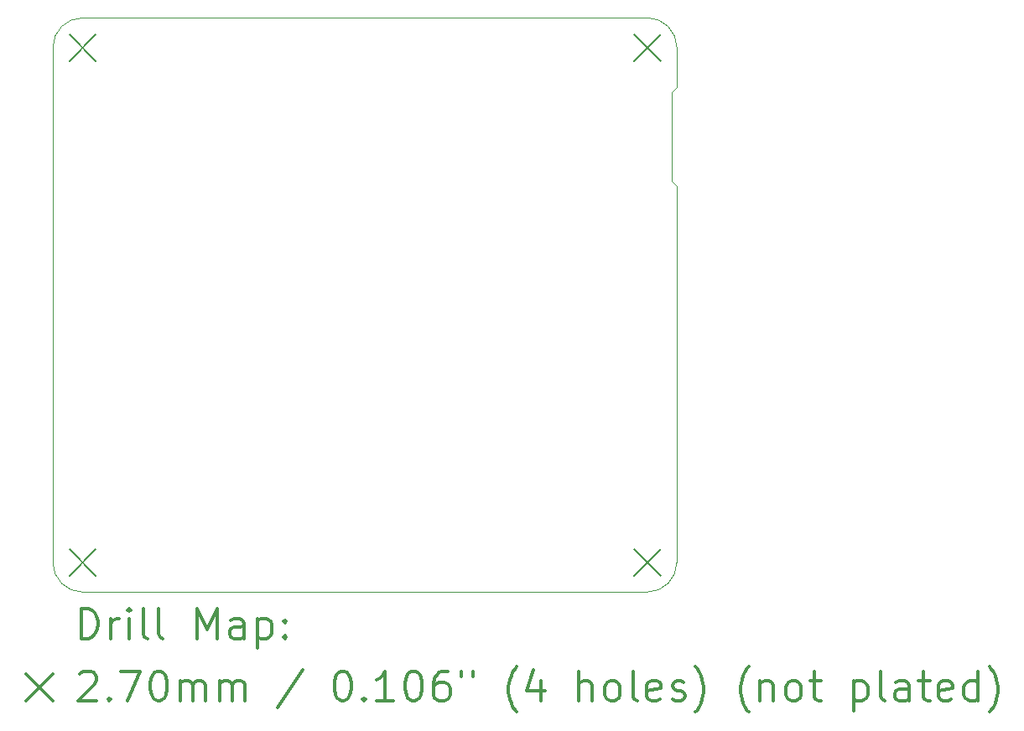
<source format=gbr>
%FSLAX45Y45*%
G04 Gerber Fmt 4.5, Leading zero omitted, Abs format (unit mm)*
G04 Created by KiCad (PCBNEW 5.1.2-f72e74a~84~ubuntu18.04.1) date 2019-07-03 17:08:01*
%MOMM*%
%LPD*%
G04 APERTURE LIST*
%ADD10C,0.050000*%
%ADD11C,0.200000*%
%ADD12C,0.300000*%
G04 APERTURE END LIST*
D10*
X11800000Y-7000000D02*
X11800000Y-10800000D01*
X11800000Y-6000000D02*
X11800000Y-5600000D01*
X11750000Y-6950000D02*
X11800000Y-7000000D01*
X11750000Y-6050000D02*
X11750000Y-6950000D01*
X11750000Y-6050000D02*
X11800000Y-6000000D01*
X11800000Y-10800000D02*
G75*
G02X11500000Y-11100000I-300000J0D01*
G01*
X5800000Y-11100000D02*
G75*
G02X5500000Y-10800000I0J300000D01*
G01*
X5500000Y-5600000D02*
G75*
G02X5800000Y-5300000I300000J0D01*
G01*
X11500000Y-5300000D02*
G75*
G02X11800000Y-5600000I0J-300000D01*
G01*
X11500000Y-5300000D02*
X5800000Y-5300000D01*
X5800000Y-11100000D02*
X11500000Y-11100000D01*
X5500000Y-5600000D02*
X5500000Y-10800000D01*
D11*
X5665000Y-10665000D02*
X5935000Y-10935000D01*
X5935000Y-10665000D02*
X5665000Y-10935000D01*
X11365000Y-5465000D02*
X11635000Y-5735000D01*
X11635000Y-5465000D02*
X11365000Y-5735000D01*
X11365000Y-10665000D02*
X11635000Y-10935000D01*
X11635000Y-10665000D02*
X11365000Y-10935000D01*
X5665000Y-5465000D02*
X5935000Y-5735000D01*
X5935000Y-5465000D02*
X5665000Y-5735000D01*
D12*
X5783928Y-11568214D02*
X5783928Y-11268214D01*
X5855357Y-11268214D01*
X5898214Y-11282500D01*
X5926786Y-11311071D01*
X5941071Y-11339643D01*
X5955357Y-11396786D01*
X5955357Y-11439643D01*
X5941071Y-11496786D01*
X5926786Y-11525357D01*
X5898214Y-11553929D01*
X5855357Y-11568214D01*
X5783928Y-11568214D01*
X6083928Y-11568214D02*
X6083928Y-11368214D01*
X6083928Y-11425357D02*
X6098214Y-11396786D01*
X6112500Y-11382500D01*
X6141071Y-11368214D01*
X6169643Y-11368214D01*
X6269643Y-11568214D02*
X6269643Y-11368214D01*
X6269643Y-11268214D02*
X6255357Y-11282500D01*
X6269643Y-11296786D01*
X6283928Y-11282500D01*
X6269643Y-11268214D01*
X6269643Y-11296786D01*
X6455357Y-11568214D02*
X6426786Y-11553929D01*
X6412500Y-11525357D01*
X6412500Y-11268214D01*
X6612500Y-11568214D02*
X6583928Y-11553929D01*
X6569643Y-11525357D01*
X6569643Y-11268214D01*
X6955357Y-11568214D02*
X6955357Y-11268214D01*
X7055357Y-11482500D01*
X7155357Y-11268214D01*
X7155357Y-11568214D01*
X7426786Y-11568214D02*
X7426786Y-11411071D01*
X7412500Y-11382500D01*
X7383928Y-11368214D01*
X7326786Y-11368214D01*
X7298214Y-11382500D01*
X7426786Y-11553929D02*
X7398214Y-11568214D01*
X7326786Y-11568214D01*
X7298214Y-11553929D01*
X7283928Y-11525357D01*
X7283928Y-11496786D01*
X7298214Y-11468214D01*
X7326786Y-11453929D01*
X7398214Y-11453929D01*
X7426786Y-11439643D01*
X7569643Y-11368214D02*
X7569643Y-11668214D01*
X7569643Y-11382500D02*
X7598214Y-11368214D01*
X7655357Y-11368214D01*
X7683928Y-11382500D01*
X7698214Y-11396786D01*
X7712500Y-11425357D01*
X7712500Y-11511071D01*
X7698214Y-11539643D01*
X7683928Y-11553929D01*
X7655357Y-11568214D01*
X7598214Y-11568214D01*
X7569643Y-11553929D01*
X7841071Y-11539643D02*
X7855357Y-11553929D01*
X7841071Y-11568214D01*
X7826786Y-11553929D01*
X7841071Y-11539643D01*
X7841071Y-11568214D01*
X7841071Y-11382500D02*
X7855357Y-11396786D01*
X7841071Y-11411071D01*
X7826786Y-11396786D01*
X7841071Y-11382500D01*
X7841071Y-11411071D01*
X5227500Y-11927500D02*
X5497500Y-12197500D01*
X5497500Y-11927500D02*
X5227500Y-12197500D01*
X5769643Y-11926786D02*
X5783928Y-11912500D01*
X5812500Y-11898214D01*
X5883928Y-11898214D01*
X5912500Y-11912500D01*
X5926786Y-11926786D01*
X5941071Y-11955357D01*
X5941071Y-11983929D01*
X5926786Y-12026786D01*
X5755357Y-12198214D01*
X5941071Y-12198214D01*
X6069643Y-12169643D02*
X6083928Y-12183929D01*
X6069643Y-12198214D01*
X6055357Y-12183929D01*
X6069643Y-12169643D01*
X6069643Y-12198214D01*
X6183928Y-11898214D02*
X6383928Y-11898214D01*
X6255357Y-12198214D01*
X6555357Y-11898214D02*
X6583928Y-11898214D01*
X6612500Y-11912500D01*
X6626786Y-11926786D01*
X6641071Y-11955357D01*
X6655357Y-12012500D01*
X6655357Y-12083929D01*
X6641071Y-12141071D01*
X6626786Y-12169643D01*
X6612500Y-12183929D01*
X6583928Y-12198214D01*
X6555357Y-12198214D01*
X6526786Y-12183929D01*
X6512500Y-12169643D01*
X6498214Y-12141071D01*
X6483928Y-12083929D01*
X6483928Y-12012500D01*
X6498214Y-11955357D01*
X6512500Y-11926786D01*
X6526786Y-11912500D01*
X6555357Y-11898214D01*
X6783928Y-12198214D02*
X6783928Y-11998214D01*
X6783928Y-12026786D02*
X6798214Y-12012500D01*
X6826786Y-11998214D01*
X6869643Y-11998214D01*
X6898214Y-12012500D01*
X6912500Y-12041071D01*
X6912500Y-12198214D01*
X6912500Y-12041071D02*
X6926786Y-12012500D01*
X6955357Y-11998214D01*
X6998214Y-11998214D01*
X7026786Y-12012500D01*
X7041071Y-12041071D01*
X7041071Y-12198214D01*
X7183928Y-12198214D02*
X7183928Y-11998214D01*
X7183928Y-12026786D02*
X7198214Y-12012500D01*
X7226786Y-11998214D01*
X7269643Y-11998214D01*
X7298214Y-12012500D01*
X7312500Y-12041071D01*
X7312500Y-12198214D01*
X7312500Y-12041071D02*
X7326786Y-12012500D01*
X7355357Y-11998214D01*
X7398214Y-11998214D01*
X7426786Y-12012500D01*
X7441071Y-12041071D01*
X7441071Y-12198214D01*
X8026786Y-11883929D02*
X7769643Y-12269643D01*
X8412500Y-11898214D02*
X8441071Y-11898214D01*
X8469643Y-11912500D01*
X8483928Y-11926786D01*
X8498214Y-11955357D01*
X8512500Y-12012500D01*
X8512500Y-12083929D01*
X8498214Y-12141071D01*
X8483928Y-12169643D01*
X8469643Y-12183929D01*
X8441071Y-12198214D01*
X8412500Y-12198214D01*
X8383928Y-12183929D01*
X8369643Y-12169643D01*
X8355357Y-12141071D01*
X8341071Y-12083929D01*
X8341071Y-12012500D01*
X8355357Y-11955357D01*
X8369643Y-11926786D01*
X8383928Y-11912500D01*
X8412500Y-11898214D01*
X8641071Y-12169643D02*
X8655357Y-12183929D01*
X8641071Y-12198214D01*
X8626786Y-12183929D01*
X8641071Y-12169643D01*
X8641071Y-12198214D01*
X8941071Y-12198214D02*
X8769643Y-12198214D01*
X8855357Y-12198214D02*
X8855357Y-11898214D01*
X8826786Y-11941071D01*
X8798214Y-11969643D01*
X8769643Y-11983929D01*
X9126786Y-11898214D02*
X9155357Y-11898214D01*
X9183928Y-11912500D01*
X9198214Y-11926786D01*
X9212500Y-11955357D01*
X9226786Y-12012500D01*
X9226786Y-12083929D01*
X9212500Y-12141071D01*
X9198214Y-12169643D01*
X9183928Y-12183929D01*
X9155357Y-12198214D01*
X9126786Y-12198214D01*
X9098214Y-12183929D01*
X9083928Y-12169643D01*
X9069643Y-12141071D01*
X9055357Y-12083929D01*
X9055357Y-12012500D01*
X9069643Y-11955357D01*
X9083928Y-11926786D01*
X9098214Y-11912500D01*
X9126786Y-11898214D01*
X9483928Y-11898214D02*
X9426786Y-11898214D01*
X9398214Y-11912500D01*
X9383928Y-11926786D01*
X9355357Y-11969643D01*
X9341071Y-12026786D01*
X9341071Y-12141071D01*
X9355357Y-12169643D01*
X9369643Y-12183929D01*
X9398214Y-12198214D01*
X9455357Y-12198214D01*
X9483928Y-12183929D01*
X9498214Y-12169643D01*
X9512500Y-12141071D01*
X9512500Y-12069643D01*
X9498214Y-12041071D01*
X9483928Y-12026786D01*
X9455357Y-12012500D01*
X9398214Y-12012500D01*
X9369643Y-12026786D01*
X9355357Y-12041071D01*
X9341071Y-12069643D01*
X9626786Y-11898214D02*
X9626786Y-11955357D01*
X9741071Y-11898214D02*
X9741071Y-11955357D01*
X10183928Y-12312500D02*
X10169643Y-12298214D01*
X10141071Y-12255357D01*
X10126786Y-12226786D01*
X10112500Y-12183929D01*
X10098214Y-12112500D01*
X10098214Y-12055357D01*
X10112500Y-11983929D01*
X10126786Y-11941071D01*
X10141071Y-11912500D01*
X10169643Y-11869643D01*
X10183928Y-11855357D01*
X10426786Y-11998214D02*
X10426786Y-12198214D01*
X10355357Y-11883929D02*
X10283928Y-12098214D01*
X10469643Y-12098214D01*
X10812500Y-12198214D02*
X10812500Y-11898214D01*
X10941071Y-12198214D02*
X10941071Y-12041071D01*
X10926786Y-12012500D01*
X10898214Y-11998214D01*
X10855357Y-11998214D01*
X10826786Y-12012500D01*
X10812500Y-12026786D01*
X11126786Y-12198214D02*
X11098214Y-12183929D01*
X11083928Y-12169643D01*
X11069643Y-12141071D01*
X11069643Y-12055357D01*
X11083928Y-12026786D01*
X11098214Y-12012500D01*
X11126786Y-11998214D01*
X11169643Y-11998214D01*
X11198214Y-12012500D01*
X11212500Y-12026786D01*
X11226786Y-12055357D01*
X11226786Y-12141071D01*
X11212500Y-12169643D01*
X11198214Y-12183929D01*
X11169643Y-12198214D01*
X11126786Y-12198214D01*
X11398214Y-12198214D02*
X11369643Y-12183929D01*
X11355357Y-12155357D01*
X11355357Y-11898214D01*
X11626786Y-12183929D02*
X11598214Y-12198214D01*
X11541071Y-12198214D01*
X11512500Y-12183929D01*
X11498214Y-12155357D01*
X11498214Y-12041071D01*
X11512500Y-12012500D01*
X11541071Y-11998214D01*
X11598214Y-11998214D01*
X11626786Y-12012500D01*
X11641071Y-12041071D01*
X11641071Y-12069643D01*
X11498214Y-12098214D01*
X11755357Y-12183929D02*
X11783928Y-12198214D01*
X11841071Y-12198214D01*
X11869643Y-12183929D01*
X11883928Y-12155357D01*
X11883928Y-12141071D01*
X11869643Y-12112500D01*
X11841071Y-12098214D01*
X11798214Y-12098214D01*
X11769643Y-12083929D01*
X11755357Y-12055357D01*
X11755357Y-12041071D01*
X11769643Y-12012500D01*
X11798214Y-11998214D01*
X11841071Y-11998214D01*
X11869643Y-12012500D01*
X11983928Y-12312500D02*
X11998214Y-12298214D01*
X12026786Y-12255357D01*
X12041071Y-12226786D01*
X12055357Y-12183929D01*
X12069643Y-12112500D01*
X12069643Y-12055357D01*
X12055357Y-11983929D01*
X12041071Y-11941071D01*
X12026786Y-11912500D01*
X11998214Y-11869643D01*
X11983928Y-11855357D01*
X12526786Y-12312500D02*
X12512500Y-12298214D01*
X12483928Y-12255357D01*
X12469643Y-12226786D01*
X12455357Y-12183929D01*
X12441071Y-12112500D01*
X12441071Y-12055357D01*
X12455357Y-11983929D01*
X12469643Y-11941071D01*
X12483928Y-11912500D01*
X12512500Y-11869643D01*
X12526786Y-11855357D01*
X12641071Y-11998214D02*
X12641071Y-12198214D01*
X12641071Y-12026786D02*
X12655357Y-12012500D01*
X12683928Y-11998214D01*
X12726786Y-11998214D01*
X12755357Y-12012500D01*
X12769643Y-12041071D01*
X12769643Y-12198214D01*
X12955357Y-12198214D02*
X12926786Y-12183929D01*
X12912500Y-12169643D01*
X12898214Y-12141071D01*
X12898214Y-12055357D01*
X12912500Y-12026786D01*
X12926786Y-12012500D01*
X12955357Y-11998214D01*
X12998214Y-11998214D01*
X13026786Y-12012500D01*
X13041071Y-12026786D01*
X13055357Y-12055357D01*
X13055357Y-12141071D01*
X13041071Y-12169643D01*
X13026786Y-12183929D01*
X12998214Y-12198214D01*
X12955357Y-12198214D01*
X13141071Y-11998214D02*
X13255357Y-11998214D01*
X13183928Y-11898214D02*
X13183928Y-12155357D01*
X13198214Y-12183929D01*
X13226786Y-12198214D01*
X13255357Y-12198214D01*
X13583928Y-11998214D02*
X13583928Y-12298214D01*
X13583928Y-12012500D02*
X13612500Y-11998214D01*
X13669643Y-11998214D01*
X13698214Y-12012500D01*
X13712500Y-12026786D01*
X13726786Y-12055357D01*
X13726786Y-12141071D01*
X13712500Y-12169643D01*
X13698214Y-12183929D01*
X13669643Y-12198214D01*
X13612500Y-12198214D01*
X13583928Y-12183929D01*
X13898214Y-12198214D02*
X13869643Y-12183929D01*
X13855357Y-12155357D01*
X13855357Y-11898214D01*
X14141071Y-12198214D02*
X14141071Y-12041071D01*
X14126786Y-12012500D01*
X14098214Y-11998214D01*
X14041071Y-11998214D01*
X14012500Y-12012500D01*
X14141071Y-12183929D02*
X14112500Y-12198214D01*
X14041071Y-12198214D01*
X14012500Y-12183929D01*
X13998214Y-12155357D01*
X13998214Y-12126786D01*
X14012500Y-12098214D01*
X14041071Y-12083929D01*
X14112500Y-12083929D01*
X14141071Y-12069643D01*
X14241071Y-11998214D02*
X14355357Y-11998214D01*
X14283928Y-11898214D02*
X14283928Y-12155357D01*
X14298214Y-12183929D01*
X14326786Y-12198214D01*
X14355357Y-12198214D01*
X14569643Y-12183929D02*
X14541071Y-12198214D01*
X14483928Y-12198214D01*
X14455357Y-12183929D01*
X14441071Y-12155357D01*
X14441071Y-12041071D01*
X14455357Y-12012500D01*
X14483928Y-11998214D01*
X14541071Y-11998214D01*
X14569643Y-12012500D01*
X14583928Y-12041071D01*
X14583928Y-12069643D01*
X14441071Y-12098214D01*
X14841071Y-12198214D02*
X14841071Y-11898214D01*
X14841071Y-12183929D02*
X14812500Y-12198214D01*
X14755357Y-12198214D01*
X14726786Y-12183929D01*
X14712500Y-12169643D01*
X14698214Y-12141071D01*
X14698214Y-12055357D01*
X14712500Y-12026786D01*
X14726786Y-12012500D01*
X14755357Y-11998214D01*
X14812500Y-11998214D01*
X14841071Y-12012500D01*
X14955357Y-12312500D02*
X14969643Y-12298214D01*
X14998214Y-12255357D01*
X15012500Y-12226786D01*
X15026786Y-12183929D01*
X15041071Y-12112500D01*
X15041071Y-12055357D01*
X15026786Y-11983929D01*
X15012500Y-11941071D01*
X14998214Y-11912500D01*
X14969643Y-11869643D01*
X14955357Y-11855357D01*
M02*

</source>
